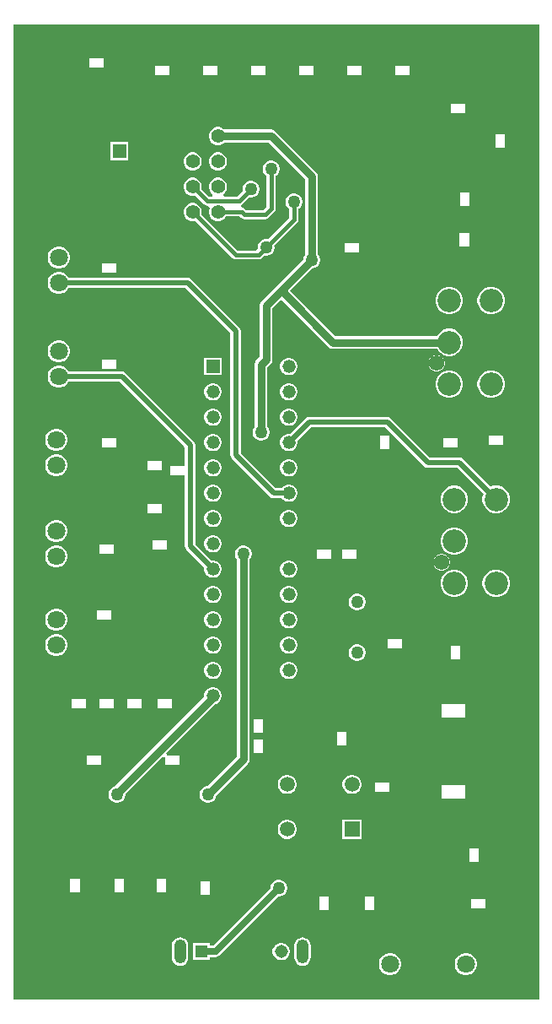
<source format=gbr>
%TF.GenerationSoftware,Altium Limited,Altium Designer,24.10.1 (45)*%
G04 Layer_Physical_Order=2*
G04 Layer_Color=16711680*
%FSLAX25Y25*%
%MOIN*%
%TF.SameCoordinates,405BA738-95C1-4717-9A2A-605BB7F835F8*%
%TF.FilePolarity,Positive*%
%TF.FileFunction,Copper,L2,Bot,Signal*%
%TF.Part,Single*%
G01*
G75*
%TA.AperFunction,Conductor*%
%ADD10C,0.02000*%
%ADD11C,0.03000*%
%ADD22C,0.01500*%
%ADD23C,0.02500*%
%TA.AperFunction,ComponentPad*%
%ADD24C,0.05500*%
%ADD25R,0.05600X0.05600*%
%ADD26C,0.05600*%
%ADD27O,0.04200X0.04900*%
%ADD28O,0.04000X0.06700*%
%ADD29C,0.06200*%
%ADD30C,0.09200*%
%ADD31C,0.05000*%
%ADD32C,0.07100*%
%ADD33R,0.05900X0.05900*%
%ADD34C,0.05900*%
%ADD35O,0.04756X0.09512*%
%ADD36C,0.05150*%
%ADD37R,0.05150X0.05150*%
%ADD38R,0.05200X0.05200*%
%ADD39C,0.05200*%
%TA.AperFunction,ViaPad*%
%ADD40C,0.17000*%
%ADD41C,0.05000*%
G36*
X308000Y100000D02*
X100000D01*
Y485000D01*
X308000D01*
Y100000D01*
D02*
G37*
%LPC*%
G36*
X135650Y471858D02*
X130350D01*
X130273Y471827D01*
X130242Y471750D01*
Y468250D01*
X130273Y468174D01*
X130350Y468142D01*
X135650D01*
X135726Y468174D01*
X135758Y468250D01*
Y471750D01*
X135726Y471827D01*
X135650Y471858D01*
D02*
G37*
G36*
X256650Y468858D02*
X251350D01*
X251273Y468826D01*
X251242Y468750D01*
Y465250D01*
X251273Y465173D01*
X251350Y465142D01*
X256650D01*
X256727Y465173D01*
X256758Y465250D01*
Y468750D01*
X256727Y468826D01*
X256650Y468858D01*
D02*
G37*
G36*
X237650D02*
X232350D01*
X232274Y468826D01*
X232242Y468750D01*
Y465250D01*
X232274Y465173D01*
X232350Y465142D01*
X237650D01*
X237726Y465173D01*
X237758Y465250D01*
Y468750D01*
X237726Y468826D01*
X237650Y468858D01*
D02*
G37*
G36*
X218650D02*
X213350D01*
X213274Y468826D01*
X213242Y468750D01*
Y465250D01*
X213274Y465173D01*
X213350Y465142D01*
X218650D01*
X218726Y465173D01*
X218758Y465250D01*
Y468750D01*
X218726Y468826D01*
X218650Y468858D01*
D02*
G37*
G36*
X199650D02*
X194350D01*
X194273Y468826D01*
X194242Y468750D01*
Y465250D01*
X194273Y465173D01*
X194350Y465142D01*
X199650D01*
X199726Y465173D01*
X199758Y465250D01*
Y468750D01*
X199726Y468826D01*
X199650Y468858D01*
D02*
G37*
G36*
X180650D02*
X175350D01*
X175274Y468826D01*
X175242Y468750D01*
Y465250D01*
X175274Y465173D01*
X175350Y465142D01*
X180650D01*
X180727Y465173D01*
X180758Y465250D01*
Y468750D01*
X180727Y468826D01*
X180650Y468858D01*
D02*
G37*
G36*
X161650D02*
X156350D01*
X156273Y468826D01*
X156242Y468750D01*
Y465250D01*
X156273Y465173D01*
X156350Y465142D01*
X161650D01*
X161726Y465173D01*
X161758Y465250D01*
Y468750D01*
X161726Y468826D01*
X161650Y468858D01*
D02*
G37*
G36*
X278650Y453858D02*
X273350D01*
X273273Y453827D01*
X273242Y453750D01*
Y450250D01*
X273273Y450174D01*
X273350Y450142D01*
X278650D01*
X278727Y450174D01*
X278758Y450250D01*
Y453750D01*
X278727Y453827D01*
X278650Y453858D01*
D02*
G37*
G36*
X294300Y441758D02*
X290800D01*
X290723Y441726D01*
X290692Y441650D01*
Y436350D01*
X290723Y436273D01*
X290800Y436242D01*
X294300D01*
X294376Y436273D01*
X294408Y436350D01*
Y441650D01*
X294376Y441726D01*
X294300Y441758D01*
D02*
G37*
G36*
X145600Y438600D02*
X138400D01*
Y431400D01*
X145600D01*
Y438600D01*
D02*
G37*
G36*
X181467Y434550D02*
X180533D01*
X179630Y434308D01*
X178820Y433841D01*
X178159Y433180D01*
X177692Y432370D01*
X177450Y431467D01*
Y430533D01*
X177692Y429630D01*
X178159Y428820D01*
X178820Y428159D01*
X179630Y427692D01*
X180533Y427450D01*
X181467D01*
X182370Y427692D01*
X183180Y428159D01*
X183841Y428820D01*
X184308Y429630D01*
X184550Y430533D01*
Y431467D01*
X184308Y432370D01*
X183841Y433180D01*
X183180Y433841D01*
X182370Y434308D01*
X181467Y434550D01*
D02*
G37*
G36*
X171467D02*
X170533D01*
X169630Y434308D01*
X168820Y433841D01*
X168159Y433180D01*
X167692Y432370D01*
X167450Y431467D01*
Y430533D01*
X167692Y429630D01*
X168159Y428820D01*
X168820Y428159D01*
X169630Y427692D01*
X170533Y427450D01*
X171467D01*
X172370Y427692D01*
X173180Y428159D01*
X173841Y428820D01*
X174308Y429630D01*
X174550Y430533D01*
Y431467D01*
X174308Y432370D01*
X173841Y433180D01*
X173180Y433841D01*
X172370Y434308D01*
X171467Y434550D01*
D02*
G37*
G36*
X202434Y431300D02*
X201566D01*
X200726Y431075D01*
X199974Y430641D01*
X199359Y430026D01*
X198925Y429274D01*
X198700Y428435D01*
Y427565D01*
X198925Y426726D01*
X199359Y425974D01*
X199974Y425359D01*
X200216Y425220D01*
Y413012D01*
X198939Y411734D01*
X192144D01*
X191617Y412262D01*
X191038Y412648D01*
X190357Y412784D01*
X190354Y412790D01*
X190182Y413784D01*
X190562Y414038D01*
X193296Y416772D01*
X193566Y416700D01*
X194434D01*
X195274Y416925D01*
X196026Y417359D01*
X196641Y417974D01*
X197075Y418726D01*
X197300Y419565D01*
Y420435D01*
X197075Y421274D01*
X196641Y422026D01*
X196026Y422641D01*
X195274Y423075D01*
X194434Y423300D01*
X193566D01*
X192726Y423075D01*
X191974Y422641D01*
X191359Y422026D01*
X190925Y421274D01*
X190700Y420435D01*
Y419565D01*
X190772Y419296D01*
X188561Y417084D01*
X183318D01*
X183050Y418084D01*
X183180Y418159D01*
X183841Y418820D01*
X184308Y419630D01*
X184550Y420533D01*
Y421467D01*
X184308Y422370D01*
X183841Y423180D01*
X183180Y423841D01*
X182370Y424308D01*
X181467Y424550D01*
X180533D01*
X179630Y424308D01*
X178820Y423841D01*
X178159Y423180D01*
X177692Y422370D01*
X177450Y421467D01*
Y420533D01*
X177692Y419630D01*
X178159Y418820D01*
X178820Y418159D01*
X178950Y418084D01*
X178682Y417084D01*
X177439D01*
X174432Y420092D01*
X174550Y420533D01*
Y421467D01*
X174308Y422370D01*
X173841Y423180D01*
X173180Y423841D01*
X172370Y424308D01*
X171467Y424550D01*
X170533D01*
X169630Y424308D01*
X168820Y423841D01*
X168159Y423180D01*
X167692Y422370D01*
X167450Y421467D01*
Y420533D01*
X167692Y419630D01*
X168159Y418820D01*
X168820Y418159D01*
X169630Y417692D01*
X170533Y417450D01*
X171467D01*
X171908Y417568D01*
X175438Y414038D01*
X175438Y414038D01*
X176017Y413652D01*
X176700Y413516D01*
X176700Y413516D01*
X177199D01*
X177776Y412516D01*
X177692Y412370D01*
X177450Y411467D01*
Y410533D01*
X177692Y409630D01*
X178159Y408820D01*
X178820Y408159D01*
X179630Y407692D01*
X180533Y407450D01*
X181467D01*
X182370Y407692D01*
X183180Y408159D01*
X183841Y408820D01*
X184069Y409216D01*
X189616D01*
X190143Y408688D01*
X190143Y408688D01*
X190722Y408301D01*
X191405Y408166D01*
X199678D01*
X200360Y408301D01*
X200939Y408688D01*
X203262Y411011D01*
X203262Y411011D01*
X203648Y411590D01*
X203784Y412272D01*
X203784Y412273D01*
Y425220D01*
X204026Y425359D01*
X204641Y425974D01*
X205075Y426726D01*
X205300Y427565D01*
Y428435D01*
X205075Y429274D01*
X204641Y430026D01*
X204026Y430641D01*
X203274Y431075D01*
X202434Y431300D01*
D02*
G37*
G36*
X280300Y418758D02*
X276800D01*
X276724Y418726D01*
X276692Y418650D01*
Y413350D01*
X276724Y413273D01*
X276800Y413242D01*
X280300D01*
X280377Y413273D01*
X280408Y413350D01*
Y418650D01*
X280377Y418726D01*
X280300Y418758D01*
D02*
G37*
G36*
X211435Y418300D02*
X210565D01*
X209726Y418075D01*
X208974Y417641D01*
X208359Y417026D01*
X207925Y416274D01*
X207700Y415435D01*
Y414566D01*
X207925Y413726D01*
X208359Y412974D01*
X208974Y412359D01*
X209216Y412220D01*
Y408739D01*
X200704Y400228D01*
X200434Y400300D01*
X199566D01*
X198726Y400075D01*
X197974Y399641D01*
X197359Y399026D01*
X196925Y398274D01*
X196700Y397434D01*
Y396566D01*
X196000Y395784D01*
X188739D01*
X174432Y410092D01*
X174550Y410533D01*
Y411467D01*
X174308Y412370D01*
X173841Y413180D01*
X173180Y413841D01*
X172370Y414308D01*
X171467Y414550D01*
X170533D01*
X169630Y414308D01*
X168820Y413841D01*
X168159Y413180D01*
X167692Y412370D01*
X167450Y411467D01*
Y410533D01*
X167692Y409630D01*
X168159Y408820D01*
X168820Y408159D01*
X169630Y407692D01*
X170533Y407450D01*
X171467D01*
X171908Y407568D01*
X186738Y392738D01*
X187317Y392352D01*
X188000Y392216D01*
X197000D01*
X197683Y392352D01*
X198262Y392738D01*
X199296Y393772D01*
X199566Y393700D01*
X200434D01*
X201274Y393925D01*
X202026Y394359D01*
X202641Y394974D01*
X203075Y395726D01*
X203300Y396566D01*
Y397434D01*
X203228Y397704D01*
X212262Y406738D01*
X212649Y407317D01*
X212784Y408000D01*
X212784Y408000D01*
Y412220D01*
X213026Y412359D01*
X213641Y412974D01*
X214075Y413726D01*
X214300Y414566D01*
Y415435D01*
X214075Y416274D01*
X213641Y417026D01*
X213026Y417641D01*
X212274Y418075D01*
X211435Y418300D01*
D02*
G37*
G36*
X280200Y402758D02*
X276700D01*
X276624Y402727D01*
X276592Y402650D01*
Y397350D01*
X276624Y397273D01*
X276700Y397242D01*
X280200D01*
X280276Y397273D01*
X280308Y397350D01*
Y402650D01*
X280276Y402727D01*
X280200Y402758D01*
D02*
G37*
G36*
X236650Y398858D02*
X231350D01*
X231274Y398827D01*
X231242Y398750D01*
Y395250D01*
X231274Y395174D01*
X231350Y395142D01*
X236650D01*
X236726Y395174D01*
X236758Y395250D01*
Y398750D01*
X236726Y398827D01*
X236650Y398858D01*
D02*
G37*
G36*
X118573Y397350D02*
X117427D01*
X116321Y397054D01*
X115329Y396481D01*
X114519Y395671D01*
X113946Y394679D01*
X113650Y393573D01*
Y392427D01*
X113946Y391321D01*
X114519Y390329D01*
X115329Y389519D01*
X116321Y388946D01*
X117427Y388650D01*
X118573D01*
X119679Y388946D01*
X120671Y389519D01*
X121481Y390329D01*
X122054Y391321D01*
X122350Y392427D01*
Y393573D01*
X122054Y394679D01*
X121481Y395671D01*
X120671Y396481D01*
X119679Y397054D01*
X118573Y397350D01*
D02*
G37*
G36*
X140650Y390858D02*
X135350D01*
X135274Y390827D01*
X135242Y390750D01*
Y387250D01*
X135274Y387174D01*
X135350Y387142D01*
X140650D01*
X140726Y387174D01*
X140758Y387250D01*
Y390750D01*
X140726Y390827D01*
X140650Y390858D01*
D02*
G37*
G36*
X289711Y381471D02*
X288289D01*
X286916Y381103D01*
X285684Y380392D01*
X284679Y379386D01*
X283968Y378155D01*
X283600Y376782D01*
Y375360D01*
X283968Y373987D01*
X284679Y372755D01*
X285684Y371750D01*
X286916Y371039D01*
X288289Y370671D01*
X289711D01*
X291084Y371039D01*
X292316Y371750D01*
X293321Y372755D01*
X294032Y373987D01*
X294400Y375360D01*
Y376782D01*
X294032Y378155D01*
X293321Y379386D01*
X292316Y380392D01*
X291084Y381103D01*
X289711Y381471D01*
D02*
G37*
G36*
X273176D02*
X271754D01*
X270381Y381103D01*
X269149Y380392D01*
X268144Y379386D01*
X267433Y378155D01*
X267065Y376782D01*
Y375360D01*
X267433Y373987D01*
X268144Y372755D01*
X269149Y371750D01*
X270381Y371039D01*
X271754Y370671D01*
X273176D01*
X274549Y371039D01*
X275781Y371750D01*
X276786Y372755D01*
X277497Y373987D01*
X277865Y375360D01*
Y376782D01*
X277497Y378155D01*
X276786Y379386D01*
X275781Y380392D01*
X274549Y381103D01*
X273176Y381471D01*
D02*
G37*
G36*
X181467Y444550D02*
X180533D01*
X179630Y444308D01*
X178820Y443841D01*
X178159Y443180D01*
X177692Y442370D01*
X177450Y441467D01*
Y440533D01*
X177692Y439630D01*
X178159Y438820D01*
X178820Y438159D01*
X179630Y437692D01*
X180533Y437450D01*
X181467D01*
X182370Y437692D01*
X183180Y438159D01*
X183472Y438451D01*
X200944D01*
X215451Y423944D01*
Y394118D01*
X215359Y394026D01*
X214925Y393274D01*
X214700Y392435D01*
Y392305D01*
X205198Y382802D01*
X198198Y375802D01*
X197645Y374975D01*
X197451Y374000D01*
Y353826D01*
X196198Y352573D01*
X195645Y351746D01*
X195451Y350771D01*
Y326118D01*
X195359Y326026D01*
X194925Y325274D01*
X194700Y324434D01*
Y323566D01*
X194925Y322726D01*
X195359Y321974D01*
X195974Y321359D01*
X196726Y320925D01*
X197566Y320700D01*
X198434D01*
X199274Y320925D01*
X200026Y321359D01*
X200641Y321974D01*
X201075Y322726D01*
X201300Y323566D01*
Y324434D01*
X201075Y325274D01*
X200641Y326026D01*
X200549Y326118D01*
Y349715D01*
X201802Y350968D01*
X202355Y351795D01*
X202549Y352771D01*
Y372944D01*
X206000Y376395D01*
X224662Y357733D01*
X225489Y357181D01*
X226465Y356986D01*
X267701D01*
X268144Y356220D01*
X269149Y355214D01*
X270381Y354503D01*
X271754Y354135D01*
X273176D01*
X274549Y354503D01*
X275781Y355214D01*
X276786Y356220D01*
X277497Y357451D01*
X277865Y358824D01*
Y360246D01*
X277497Y361620D01*
X276786Y362851D01*
X275781Y363857D01*
X274549Y364567D01*
X273176Y364935D01*
X271754D01*
X270381Y364567D01*
X269149Y363857D01*
X268144Y362851D01*
X267701Y362084D01*
X227520D01*
X209605Y380000D01*
X218305Y388700D01*
X218435D01*
X219274Y388925D01*
X220026Y389359D01*
X220641Y389974D01*
X221075Y390726D01*
X221300Y391565D01*
Y392435D01*
X221075Y393274D01*
X220641Y394026D01*
X220549Y394118D01*
Y425000D01*
X220355Y425976D01*
X219802Y426802D01*
X203802Y442802D01*
X202976Y443355D01*
X202000Y443549D01*
X183472D01*
X183180Y443841D01*
X182370Y444308D01*
X181467Y444550D01*
D02*
G37*
G36*
X118573Y360350D02*
X117427D01*
X116321Y360054D01*
X115329Y359481D01*
X114519Y358671D01*
X113946Y357679D01*
X113650Y356573D01*
Y355427D01*
X113946Y354321D01*
X114519Y353329D01*
X115329Y352519D01*
X116321Y351946D01*
X117427Y351650D01*
X118573D01*
X119679Y351946D01*
X120671Y352519D01*
X121481Y353329D01*
X122054Y354321D01*
X122350Y355427D01*
Y356573D01*
X122054Y357679D01*
X121481Y358671D01*
X120671Y359481D01*
X119679Y360054D01*
X118573Y360350D01*
D02*
G37*
G36*
X140650Y352858D02*
X135350D01*
X135274Y352826D01*
X135242Y352750D01*
Y349250D01*
X135274Y349173D01*
X135350Y349142D01*
X140650D01*
X140726Y349173D01*
X140758Y349250D01*
Y352750D01*
X140726Y352826D01*
X140650Y352858D01*
D02*
G37*
G36*
X267925Y354468D02*
X267083D01*
X266269Y354250D01*
X265539Y353828D01*
X264944Y353233D01*
X264522Y352503D01*
X264304Y351689D01*
Y350846D01*
X264522Y350033D01*
X264944Y349303D01*
X265539Y348707D01*
X266269Y348286D01*
X267083Y348068D01*
X267925D01*
X268739Y348286D01*
X269469Y348707D01*
X270065Y349303D01*
X270486Y350033D01*
X270704Y350846D01*
Y351689D01*
X270486Y352503D01*
X270065Y353233D01*
X269469Y353828D01*
X268739Y354250D01*
X267925Y354468D01*
D02*
G37*
G36*
X209448Y353400D02*
X208552D01*
X207688Y353168D01*
X206912Y352721D01*
X206279Y352088D01*
X205832Y351312D01*
X205600Y350448D01*
Y349552D01*
X205832Y348688D01*
X206279Y347912D01*
X206912Y347279D01*
X207688Y346832D01*
X208552Y346600D01*
X209448D01*
X210312Y346832D01*
X211088Y347279D01*
X211721Y347912D01*
X212168Y348688D01*
X212400Y349552D01*
Y350448D01*
X212168Y351312D01*
X211721Y352088D01*
X211088Y352721D01*
X210312Y353168D01*
X209448Y353400D01*
D02*
G37*
G36*
X182400D02*
X175600D01*
Y346600D01*
X182400D01*
Y353400D01*
D02*
G37*
G36*
X289711Y348400D02*
X288289D01*
X286916Y348032D01*
X285684Y347321D01*
X284679Y346316D01*
X283968Y345084D01*
X283600Y343711D01*
Y342289D01*
X283968Y340916D01*
X284679Y339684D01*
X285684Y338679D01*
X286916Y337968D01*
X288289Y337600D01*
X289711D01*
X291084Y337968D01*
X292316Y338679D01*
X293321Y339684D01*
X294032Y340916D01*
X294400Y342289D01*
Y343711D01*
X294032Y345084D01*
X293321Y346316D01*
X292316Y347321D01*
X291084Y348032D01*
X289711Y348400D01*
D02*
G37*
G36*
X273176D02*
X271754D01*
X270381Y348032D01*
X269149Y347321D01*
X268144Y346316D01*
X267433Y345084D01*
X267065Y343711D01*
Y342289D01*
X267433Y340916D01*
X268144Y339684D01*
X269149Y338679D01*
X270381Y337968D01*
X271754Y337600D01*
X273176D01*
X274549Y337968D01*
X275781Y338679D01*
X276786Y339684D01*
X277497Y340916D01*
X277865Y342289D01*
Y343711D01*
X277497Y345084D01*
X276786Y346316D01*
X275781Y347321D01*
X274549Y348032D01*
X273176Y348400D01*
D02*
G37*
G36*
X209448Y343400D02*
X208552D01*
X207688Y343168D01*
X206912Y342721D01*
X206279Y342088D01*
X205832Y341312D01*
X205600Y340448D01*
Y339552D01*
X205832Y338688D01*
X206279Y337912D01*
X206912Y337279D01*
X207688Y336832D01*
X208552Y336600D01*
X209448D01*
X210312Y336832D01*
X211088Y337279D01*
X211721Y337912D01*
X212168Y338688D01*
X212400Y339552D01*
Y340448D01*
X212168Y341312D01*
X211721Y342088D01*
X211088Y342721D01*
X210312Y343168D01*
X209448Y343400D01*
D02*
G37*
G36*
X179448D02*
X178552D01*
X177688Y343168D01*
X176912Y342721D01*
X176279Y342088D01*
X175832Y341312D01*
X175600Y340448D01*
Y339552D01*
X175832Y338688D01*
X176279Y337912D01*
X176912Y337279D01*
X177688Y336832D01*
X178552Y336600D01*
X179448D01*
X180312Y336832D01*
X181088Y337279D01*
X181721Y337912D01*
X182168Y338688D01*
X182400Y339552D01*
Y340448D01*
X182168Y341312D01*
X181721Y342088D01*
X181088Y342721D01*
X180312Y343168D01*
X179448Y343400D01*
D02*
G37*
G36*
X209448Y333400D02*
X208552D01*
X207688Y333168D01*
X206912Y332721D01*
X206279Y332088D01*
X205832Y331312D01*
X205600Y330448D01*
Y329552D01*
X205832Y328688D01*
X206279Y327912D01*
X206912Y327279D01*
X207688Y326832D01*
X208552Y326600D01*
X209448D01*
X210312Y326832D01*
X211088Y327279D01*
X211721Y327912D01*
X212168Y328688D01*
X212400Y329552D01*
Y330448D01*
X212168Y331312D01*
X211721Y332088D01*
X211088Y332721D01*
X210312Y333168D01*
X209448Y333400D01*
D02*
G37*
G36*
X179448D02*
X178552D01*
X177688Y333168D01*
X176912Y332721D01*
X176279Y332088D01*
X175832Y331312D01*
X175600Y330448D01*
Y329552D01*
X175832Y328688D01*
X176279Y327912D01*
X176912Y327279D01*
X177688Y326832D01*
X178552Y326600D01*
X179448D01*
X180312Y326832D01*
X181088Y327279D01*
X181721Y327912D01*
X182168Y328688D01*
X182400Y329552D01*
Y330448D01*
X182168Y331312D01*
X181721Y332088D01*
X181088Y332721D01*
X180312Y333168D01*
X179448Y333400D01*
D02*
G37*
G36*
X293650Y322858D02*
X288350D01*
X288274Y322827D01*
X288242Y322750D01*
Y319250D01*
X288274Y319174D01*
X288350Y319142D01*
X293650D01*
X293726Y319174D01*
X293758Y319250D01*
Y322750D01*
X293726Y322827D01*
X293650Y322858D01*
D02*
G37*
G36*
X275650Y321858D02*
X270350D01*
X270273Y321827D01*
X270242Y321750D01*
Y318250D01*
X270273Y318174D01*
X270350Y318142D01*
X275650D01*
X275727Y318174D01*
X275758Y318250D01*
Y321750D01*
X275727Y321827D01*
X275650Y321858D01*
D02*
G37*
G36*
X140650D02*
X135350D01*
X135274Y321827D01*
X135242Y321750D01*
Y318250D01*
X135274Y318174D01*
X135350Y318142D01*
X140650D01*
X140726Y318174D01*
X140758Y318250D01*
Y321750D01*
X140726Y321827D01*
X140650Y321858D01*
D02*
G37*
G36*
X248750Y322758D02*
X245250D01*
X245174Y322726D01*
X245142Y322650D01*
Y317350D01*
X245174Y317273D01*
X245250Y317242D01*
X248750D01*
X248827Y317273D01*
X248858Y317350D01*
Y322650D01*
X248827Y322726D01*
X248750Y322758D01*
D02*
G37*
G36*
X117573Y325350D02*
X116427D01*
X115321Y325054D01*
X114329Y324481D01*
X113519Y323671D01*
X112946Y322679D01*
X112650Y321573D01*
Y320427D01*
X112946Y319321D01*
X113519Y318329D01*
X114329Y317519D01*
X115321Y316946D01*
X116427Y316650D01*
X117573D01*
X118679Y316946D01*
X119671Y317519D01*
X120481Y318329D01*
X121054Y319321D01*
X121350Y320427D01*
Y321573D01*
X121054Y322679D01*
X120481Y323671D01*
X119671Y324481D01*
X118679Y325054D01*
X117573Y325350D01*
D02*
G37*
G36*
X179448Y323400D02*
X178552D01*
X177688Y323168D01*
X176912Y322721D01*
X176279Y322088D01*
X175832Y321312D01*
X175600Y320448D01*
Y319552D01*
X175832Y318688D01*
X176279Y317912D01*
X176912Y317279D01*
X177688Y316832D01*
X178552Y316600D01*
X179448D01*
X180312Y316832D01*
X181088Y317279D01*
X181721Y317912D01*
X182168Y318688D01*
X182400Y319552D01*
Y320448D01*
X182168Y321312D01*
X181721Y322088D01*
X181088Y322721D01*
X180312Y323168D01*
X179448Y323400D01*
D02*
G37*
G36*
X158650Y312858D02*
X153350D01*
X153273Y312826D01*
X153242Y312750D01*
Y309250D01*
X153273Y309173D01*
X153350Y309142D01*
X158650D01*
X158727Y309173D01*
X158758Y309250D01*
Y312750D01*
X158727Y312826D01*
X158650Y312858D01*
D02*
G37*
G36*
X117573Y315350D02*
X116427D01*
X115321Y315054D01*
X114329Y314481D01*
X113519Y313671D01*
X112946Y312679D01*
X112650Y311573D01*
Y310427D01*
X112946Y309321D01*
X113519Y308329D01*
X114329Y307519D01*
X115321Y306946D01*
X116427Y306650D01*
X117573D01*
X118679Y306946D01*
X119671Y307519D01*
X120481Y308329D01*
X121054Y309321D01*
X121350Y310427D01*
Y311573D01*
X121054Y312679D01*
X120481Y313671D01*
X119671Y314481D01*
X118679Y315054D01*
X117573Y315350D01*
D02*
G37*
G36*
X209448Y313400D02*
X208552D01*
X207688Y313168D01*
X206912Y312721D01*
X206279Y312088D01*
X205832Y311312D01*
X205600Y310448D01*
Y309552D01*
X205832Y308688D01*
X206279Y307912D01*
X206912Y307279D01*
X207688Y306832D01*
X208552Y306600D01*
X209448D01*
X210312Y306832D01*
X211088Y307279D01*
X211721Y307912D01*
X212168Y308688D01*
X212400Y309552D01*
Y310448D01*
X212168Y311312D01*
X211721Y312088D01*
X211088Y312721D01*
X210312Y313168D01*
X209448Y313400D01*
D02*
G37*
G36*
X179448D02*
X178552D01*
X177688Y313168D01*
X176912Y312721D01*
X176279Y312088D01*
X175832Y311312D01*
X175600Y310448D01*
Y309552D01*
X175832Y308688D01*
X176279Y307912D01*
X176912Y307279D01*
X177688Y306832D01*
X178552Y306600D01*
X179448D01*
X180312Y306832D01*
X181088Y307279D01*
X181721Y307912D01*
X182168Y308688D01*
X182400Y309552D01*
Y310448D01*
X182168Y311312D01*
X181721Y312088D01*
X181088Y312721D01*
X180312Y313168D01*
X179448Y313400D01*
D02*
G37*
G36*
X118573Y387350D02*
X117427D01*
X116321Y387054D01*
X115329Y386481D01*
X114519Y385671D01*
X113946Y384679D01*
X113650Y383573D01*
Y382427D01*
X113946Y381321D01*
X114519Y380329D01*
X115329Y379519D01*
X116321Y378946D01*
X117427Y378650D01*
X118573D01*
X119679Y378946D01*
X120671Y379519D01*
X121481Y380329D01*
X121846Y380961D01*
X168155D01*
X185961Y363155D01*
Y315000D01*
X186116Y314220D01*
X186558Y313558D01*
X201558Y298558D01*
X202220Y298116D01*
X203000Y297961D01*
X206251D01*
X206279Y297912D01*
X206912Y297279D01*
X207688Y296832D01*
X208552Y296600D01*
X209448D01*
X210312Y296832D01*
X211088Y297279D01*
X211721Y297912D01*
X212168Y298688D01*
X212400Y299552D01*
Y300448D01*
X212168Y301312D01*
X211721Y302088D01*
X211088Y302721D01*
X210312Y303168D01*
X209448Y303400D01*
X208552D01*
X207688Y303168D01*
X206912Y302721D01*
X206279Y302088D01*
X206251Y302039D01*
X203845D01*
X190039Y315845D01*
Y364000D01*
X189884Y364780D01*
X189442Y365442D01*
X170442Y384442D01*
X169780Y384884D01*
X169000Y385039D01*
X121846D01*
X121481Y385671D01*
X120671Y386481D01*
X119679Y387054D01*
X118573Y387350D01*
D02*
G37*
G36*
X179448Y303400D02*
X178552D01*
X177688Y303168D01*
X176912Y302721D01*
X176279Y302088D01*
X175832Y301312D01*
X175600Y300448D01*
Y299552D01*
X175832Y298688D01*
X176279Y297912D01*
X176912Y297279D01*
X177688Y296832D01*
X178552Y296600D01*
X179448D01*
X180312Y296832D01*
X181088Y297279D01*
X181721Y297912D01*
X182168Y298688D01*
X182400Y299552D01*
Y300448D01*
X182168Y301312D01*
X181721Y302088D01*
X181088Y302721D01*
X180312Y303168D01*
X179448Y303400D01*
D02*
G37*
G36*
X158650Y295858D02*
X153350D01*
X153273Y295827D01*
X153242Y295750D01*
Y292250D01*
X153273Y292174D01*
X153350Y292142D01*
X158650D01*
X158727Y292174D01*
X158758Y292250D01*
Y295750D01*
X158727Y295827D01*
X158650Y295858D01*
D02*
G37*
G36*
X248000Y330039D02*
X217000D01*
X216220Y329884D01*
X215558Y329442D01*
X209502Y323386D01*
X209448Y323400D01*
X208552D01*
X207688Y323168D01*
X206912Y322721D01*
X206279Y322088D01*
X205832Y321312D01*
X205600Y320448D01*
Y319552D01*
X205832Y318688D01*
X206279Y317912D01*
X206912Y317279D01*
X207688Y316832D01*
X208552Y316600D01*
X209448D01*
X210312Y316832D01*
X211088Y317279D01*
X211721Y317912D01*
X212168Y318688D01*
X212400Y319552D01*
Y320448D01*
X212386Y320502D01*
X217845Y325961D01*
X247155D01*
X262558Y310558D01*
X263220Y310116D01*
X264000Y309961D01*
X275691D01*
X285991Y299660D01*
X285968Y299620D01*
X285600Y298246D01*
Y296825D01*
X285968Y295451D01*
X286679Y294220D01*
X287684Y293214D01*
X288916Y292503D01*
X290289Y292135D01*
X291711D01*
X293084Y292503D01*
X294316Y293214D01*
X295321Y294220D01*
X296032Y295451D01*
X296400Y296825D01*
Y298246D01*
X296032Y299620D01*
X295321Y300851D01*
X294316Y301856D01*
X293084Y302567D01*
X291711Y302935D01*
X290289D01*
X288916Y302567D01*
X288875Y302544D01*
X277977Y313442D01*
X277316Y313884D01*
X276535Y314039D01*
X264845D01*
X249442Y329442D01*
X248780Y329884D01*
X248000Y330039D01*
D02*
G37*
G36*
X275176Y302935D02*
X273754D01*
X272381Y302567D01*
X271149Y301856D01*
X270144Y300851D01*
X269433Y299620D01*
X269065Y298246D01*
Y296825D01*
X269433Y295451D01*
X270144Y294220D01*
X271149Y293214D01*
X272381Y292503D01*
X273754Y292135D01*
X275176D01*
X276549Y292503D01*
X277781Y293214D01*
X278786Y294220D01*
X279497Y295451D01*
X279865Y296825D01*
Y298246D01*
X279497Y299620D01*
X278786Y300851D01*
X277781Y301856D01*
X276549Y302567D01*
X275176Y302935D01*
D02*
G37*
G36*
X209448Y293400D02*
X208552D01*
X207688Y293168D01*
X206912Y292721D01*
X206279Y292088D01*
X205832Y291312D01*
X205600Y290448D01*
Y289552D01*
X205832Y288688D01*
X206279Y287912D01*
X206912Y287279D01*
X207688Y286832D01*
X208552Y286600D01*
X209448D01*
X210312Y286832D01*
X211088Y287279D01*
X211721Y287912D01*
X212168Y288688D01*
X212400Y289552D01*
Y290448D01*
X212168Y291312D01*
X211721Y292088D01*
X211088Y292721D01*
X210312Y293168D01*
X209448Y293400D01*
D02*
G37*
G36*
X179448D02*
X178552D01*
X177688Y293168D01*
X176912Y292721D01*
X176279Y292088D01*
X175832Y291312D01*
X175600Y290448D01*
Y289552D01*
X175832Y288688D01*
X176279Y287912D01*
X176912Y287279D01*
X177688Y286832D01*
X178552Y286600D01*
X179448D01*
X180312Y286832D01*
X181088Y287279D01*
X181721Y287912D01*
X182168Y288688D01*
X182400Y289552D01*
Y290448D01*
X182168Y291312D01*
X181721Y292088D01*
X181088Y292721D01*
X180312Y293168D01*
X179448Y293400D01*
D02*
G37*
G36*
X117573Y289350D02*
X116427D01*
X115321Y289054D01*
X114329Y288481D01*
X113519Y287671D01*
X112946Y286679D01*
X112650Y285573D01*
Y284427D01*
X112946Y283321D01*
X113519Y282329D01*
X114329Y281519D01*
X115321Y280946D01*
X116427Y280650D01*
X117573D01*
X118679Y280946D01*
X119671Y281519D01*
X120481Y282329D01*
X121054Y283321D01*
X121350Y284427D01*
Y285573D01*
X121054Y286679D01*
X120481Y287671D01*
X119671Y288481D01*
X118679Y289054D01*
X117573Y289350D01*
D02*
G37*
G36*
X160650Y281308D02*
X155350D01*
X155273Y281276D01*
X155242Y281200D01*
Y277700D01*
X155273Y277624D01*
X155350Y277592D01*
X160650D01*
X160726Y277624D01*
X160758Y277700D01*
Y281200D01*
X160726Y281276D01*
X160650Y281308D01*
D02*
G37*
G36*
X179448Y283400D02*
X178552D01*
X177688Y283168D01*
X176912Y282721D01*
X176279Y282088D01*
X175832Y281312D01*
X175600Y280448D01*
Y279552D01*
X175832Y278688D01*
X176279Y277912D01*
X176912Y277279D01*
X177688Y276832D01*
X178552Y276600D01*
X179448D01*
X180312Y276832D01*
X181088Y277279D01*
X181721Y277912D01*
X182168Y278688D01*
X182400Y279552D01*
Y280448D01*
X182168Y281312D01*
X181721Y282088D01*
X181088Y282721D01*
X180312Y283168D01*
X179448Y283400D01*
D02*
G37*
G36*
X139650Y279858D02*
X134350D01*
X134274Y279826D01*
X134242Y279750D01*
Y276250D01*
X134274Y276173D01*
X134350Y276142D01*
X139650D01*
X139726Y276173D01*
X139758Y276250D01*
Y279750D01*
X139726Y279826D01*
X139650Y279858D01*
D02*
G37*
G36*
X275176Y286400D02*
X273754D01*
X272381Y286032D01*
X271149Y285321D01*
X270144Y284316D01*
X269433Y283084D01*
X269065Y281711D01*
Y280289D01*
X269433Y278916D01*
X270144Y277684D01*
X271149Y276679D01*
X272381Y275968D01*
X273754Y275600D01*
X275176D01*
X276549Y275968D01*
X277781Y276679D01*
X278786Y277684D01*
X279497Y278916D01*
X279865Y280289D01*
Y281711D01*
X279497Y283084D01*
X278786Y284316D01*
X277781Y285321D01*
X276549Y286032D01*
X275176Y286400D01*
D02*
G37*
G36*
X235650Y277858D02*
X230350D01*
X230274Y277826D01*
X230242Y277750D01*
Y274250D01*
X230274Y274173D01*
X230350Y274142D01*
X235650D01*
X235726Y274173D01*
X235758Y274250D01*
Y277750D01*
X235726Y277826D01*
X235650Y277858D01*
D02*
G37*
G36*
X225650D02*
X220350D01*
X220273Y277826D01*
X220242Y277750D01*
Y274250D01*
X220273Y274173D01*
X220350Y274142D01*
X225650D01*
X225727Y274173D01*
X225758Y274250D01*
Y277750D01*
X225727Y277826D01*
X225650Y277858D01*
D02*
G37*
G36*
X117573Y279350D02*
X116427D01*
X115321Y279054D01*
X114329Y278481D01*
X113519Y277671D01*
X112946Y276679D01*
X112650Y275573D01*
Y274427D01*
X112946Y273321D01*
X113519Y272329D01*
X114329Y271519D01*
X115321Y270946D01*
X116427Y270650D01*
X117573D01*
X118679Y270946D01*
X119671Y271519D01*
X120481Y272329D01*
X121054Y273321D01*
X121350Y274427D01*
Y275573D01*
X121054Y276679D01*
X120481Y277671D01*
X119671Y278481D01*
X118679Y279054D01*
X117573Y279350D01*
D02*
G37*
G36*
X269925Y275932D02*
X269083D01*
X268269Y275714D01*
X267539Y275293D01*
X266944Y274697D01*
X266522Y273967D01*
X266304Y273154D01*
Y272311D01*
X266522Y271497D01*
X266944Y270767D01*
X267539Y270172D01*
X268269Y269750D01*
X269083Y269532D01*
X269925D01*
X270739Y269750D01*
X271469Y270172D01*
X272065Y270767D01*
X272486Y271497D01*
X272704Y272311D01*
Y273154D01*
X272486Y273967D01*
X272065Y274697D01*
X271469Y275293D01*
X270739Y275714D01*
X269925Y275932D01*
D02*
G37*
G36*
X209448Y273400D02*
X208552D01*
X207688Y273168D01*
X206912Y272721D01*
X206279Y272088D01*
X205832Y271312D01*
X205600Y270448D01*
Y269552D01*
X205832Y268688D01*
X206279Y267912D01*
X206912Y267279D01*
X207688Y266832D01*
X208552Y266600D01*
X209448D01*
X210312Y266832D01*
X211088Y267279D01*
X211721Y267912D01*
X212168Y268688D01*
X212400Y269552D01*
Y270448D01*
X212168Y271312D01*
X211721Y272088D01*
X211088Y272721D01*
X210312Y273168D01*
X209448Y273400D01*
D02*
G37*
G36*
X118573Y350350D02*
X117427D01*
X116321Y350054D01*
X115329Y349481D01*
X114519Y348671D01*
X113946Y347679D01*
X113650Y346573D01*
Y345427D01*
X113946Y344321D01*
X114519Y343329D01*
X115329Y342519D01*
X116321Y341946D01*
X117427Y341650D01*
X118573D01*
X119679Y341946D01*
X120671Y342519D01*
X121481Y343329D01*
X121846Y343961D01*
X142155D01*
X167961Y318155D01*
Y311782D01*
X167650Y310858D01*
X166961Y310858D01*
X162350D01*
X162274Y310826D01*
X162242Y310750D01*
Y307250D01*
X162274Y307173D01*
X162350Y307142D01*
X166961D01*
X167650Y307142D01*
X167961Y306218D01*
Y279000D01*
X168116Y278220D01*
X168558Y277558D01*
X175615Y270502D01*
X175600Y270448D01*
Y269552D01*
X175832Y268688D01*
X176279Y267912D01*
X176912Y267279D01*
X177688Y266832D01*
X178552Y266600D01*
X179448D01*
X180312Y266832D01*
X181088Y267279D01*
X181721Y267912D01*
X182168Y268688D01*
X182400Y269552D01*
Y270448D01*
X182168Y271312D01*
X181721Y272088D01*
X181088Y272721D01*
X180312Y273168D01*
X179448Y273400D01*
X178552D01*
X178498Y273386D01*
X172039Y279845D01*
Y319000D01*
X172039Y319000D01*
X171884Y319780D01*
X171442Y320442D01*
X144442Y347442D01*
X143780Y347884D01*
X143000Y348039D01*
X121846D01*
X121481Y348671D01*
X120671Y349481D01*
X119679Y350054D01*
X118573Y350350D01*
D02*
G37*
G36*
X291711Y269865D02*
X290289D01*
X288916Y269497D01*
X287684Y268786D01*
X286679Y267780D01*
X285968Y266549D01*
X285600Y265176D01*
Y263754D01*
X285968Y262380D01*
X286679Y261149D01*
X287684Y260143D01*
X288916Y259433D01*
X290289Y259065D01*
X291711D01*
X293084Y259433D01*
X294316Y260143D01*
X295321Y261149D01*
X296032Y262380D01*
X296400Y263754D01*
Y265176D01*
X296032Y266549D01*
X295321Y267780D01*
X294316Y268786D01*
X293084Y269497D01*
X291711Y269865D01*
D02*
G37*
G36*
X275176D02*
X273754D01*
X272381Y269497D01*
X271149Y268786D01*
X270144Y267780D01*
X269433Y266549D01*
X269065Y265176D01*
Y263754D01*
X269433Y262380D01*
X270144Y261149D01*
X271149Y260143D01*
X272381Y259433D01*
X273754Y259065D01*
X275176D01*
X276549Y259433D01*
X277781Y260143D01*
X278786Y261149D01*
X279497Y262380D01*
X279865Y263754D01*
Y265176D01*
X279497Y266549D01*
X278786Y267780D01*
X277781Y268786D01*
X276549Y269497D01*
X275176Y269865D01*
D02*
G37*
G36*
X209448Y263400D02*
X208552D01*
X207688Y263168D01*
X206912Y262721D01*
X206279Y262088D01*
X205832Y261312D01*
X205600Y260448D01*
Y259552D01*
X205832Y258688D01*
X206279Y257912D01*
X206912Y257279D01*
X207688Y256832D01*
X208552Y256600D01*
X209448D01*
X210312Y256832D01*
X211088Y257279D01*
X211721Y257912D01*
X212168Y258688D01*
X212400Y259552D01*
Y260448D01*
X212168Y261312D01*
X211721Y262088D01*
X211088Y262721D01*
X210312Y263168D01*
X209448Y263400D01*
D02*
G37*
G36*
X179448D02*
X178552D01*
X177688Y263168D01*
X176912Y262721D01*
X176279Y262088D01*
X175832Y261312D01*
X175600Y260448D01*
Y259552D01*
X175832Y258688D01*
X176279Y257912D01*
X176912Y257279D01*
X177688Y256832D01*
X178552Y256600D01*
X179448D01*
X180312Y256832D01*
X181088Y257279D01*
X181721Y257912D01*
X182168Y258688D01*
X182400Y259552D01*
Y260448D01*
X182168Y261312D01*
X181721Y262088D01*
X181088Y262721D01*
X180312Y263168D01*
X179448Y263400D01*
D02*
G37*
G36*
X236435Y260300D02*
X235565D01*
X234726Y260075D01*
X233974Y259641D01*
X233359Y259026D01*
X232925Y258274D01*
X232700Y257435D01*
Y256565D01*
X232925Y255726D01*
X233359Y254974D01*
X233974Y254359D01*
X234726Y253925D01*
X235565Y253700D01*
X236435D01*
X237274Y253925D01*
X238026Y254359D01*
X238641Y254974D01*
X239075Y255726D01*
X239300Y256565D01*
Y257435D01*
X239075Y258274D01*
X238641Y259026D01*
X238026Y259641D01*
X237274Y260075D01*
X236435Y260300D01*
D02*
G37*
G36*
X138650Y253858D02*
X133350D01*
X133273Y253826D01*
X133242Y253750D01*
Y250250D01*
X133273Y250173D01*
X133350Y250142D01*
X138650D01*
X138726Y250173D01*
X138758Y250250D01*
Y253750D01*
X138726Y253826D01*
X138650Y253858D01*
D02*
G37*
G36*
X209448Y253400D02*
X208552D01*
X207688Y253168D01*
X206912Y252721D01*
X206279Y252088D01*
X205832Y251312D01*
X205600Y250448D01*
Y249552D01*
X205832Y248688D01*
X206279Y247912D01*
X206912Y247279D01*
X207688Y246832D01*
X208552Y246600D01*
X209448D01*
X210312Y246832D01*
X211088Y247279D01*
X211721Y247912D01*
X212168Y248688D01*
X212400Y249552D01*
Y250448D01*
X212168Y251312D01*
X211721Y252088D01*
X211088Y252721D01*
X210312Y253168D01*
X209448Y253400D01*
D02*
G37*
G36*
X179448D02*
X178552D01*
X177688Y253168D01*
X176912Y252721D01*
X176279Y252088D01*
X175832Y251312D01*
X175600Y250448D01*
Y249552D01*
X175832Y248688D01*
X176279Y247912D01*
X176912Y247279D01*
X177688Y246832D01*
X178552Y246600D01*
X179448D01*
X180312Y246832D01*
X181088Y247279D01*
X181721Y247912D01*
X182168Y248688D01*
X182400Y249552D01*
Y250448D01*
X182168Y251312D01*
X181721Y252088D01*
X181088Y252721D01*
X180312Y253168D01*
X179448Y253400D01*
D02*
G37*
G36*
X117573Y254350D02*
X116427D01*
X115321Y254054D01*
X114329Y253481D01*
X113519Y252671D01*
X112946Y251679D01*
X112650Y250573D01*
Y249427D01*
X112946Y248321D01*
X113519Y247329D01*
X114329Y246519D01*
X115321Y245946D01*
X116427Y245650D01*
X117573D01*
X118679Y245946D01*
X119671Y246519D01*
X120481Y247329D01*
X121054Y248321D01*
X121350Y249427D01*
Y250573D01*
X121054Y251679D01*
X120481Y252671D01*
X119671Y253481D01*
X118679Y254054D01*
X117573Y254350D01*
D02*
G37*
G36*
X253650Y242408D02*
X248350D01*
X248273Y242376D01*
X248242Y242300D01*
Y238800D01*
X248273Y238723D01*
X248350Y238692D01*
X253650D01*
X253727Y238723D01*
X253758Y238800D01*
Y242300D01*
X253727Y242376D01*
X253650Y242408D01*
D02*
G37*
G36*
X209448Y243400D02*
X208552D01*
X207688Y243168D01*
X206912Y242721D01*
X206279Y242088D01*
X205832Y241312D01*
X205600Y240448D01*
Y239552D01*
X205832Y238688D01*
X206279Y237912D01*
X206912Y237279D01*
X207688Y236832D01*
X208552Y236600D01*
X209448D01*
X210312Y236832D01*
X211088Y237279D01*
X211721Y237912D01*
X212168Y238688D01*
X212400Y239552D01*
Y240448D01*
X212168Y241312D01*
X211721Y242088D01*
X211088Y242721D01*
X210312Y243168D01*
X209448Y243400D01*
D02*
G37*
G36*
X179448D02*
X178552D01*
X177688Y243168D01*
X176912Y242721D01*
X176279Y242088D01*
X175832Y241312D01*
X175600Y240448D01*
Y239552D01*
X175832Y238688D01*
X176279Y237912D01*
X176912Y237279D01*
X177688Y236832D01*
X178552Y236600D01*
X179448D01*
X180312Y236832D01*
X181088Y237279D01*
X181721Y237912D01*
X182168Y238688D01*
X182400Y239552D01*
Y240448D01*
X182168Y241312D01*
X181721Y242088D01*
X181088Y242721D01*
X180312Y243168D01*
X179448Y243400D01*
D02*
G37*
G36*
X117573Y244350D02*
X116427D01*
X115321Y244054D01*
X114329Y243481D01*
X113519Y242671D01*
X112946Y241679D01*
X112650Y240573D01*
Y239427D01*
X112946Y238321D01*
X113519Y237329D01*
X114329Y236519D01*
X115321Y235946D01*
X116427Y235650D01*
X117573D01*
X118679Y235946D01*
X119671Y236519D01*
X120481Y237329D01*
X121054Y238321D01*
X121350Y239427D01*
Y240573D01*
X121054Y241679D01*
X120481Y242671D01*
X119671Y243481D01*
X118679Y244054D01*
X117573Y244350D01*
D02*
G37*
G36*
X276750Y239758D02*
X273250D01*
X273173Y239726D01*
X273142Y239650D01*
Y234350D01*
X273173Y234274D01*
X273250Y234242D01*
X276750D01*
X276827Y234274D01*
X276858Y234350D01*
Y239650D01*
X276827Y239726D01*
X276750Y239758D01*
D02*
G37*
G36*
X236435Y240300D02*
X235565D01*
X234726Y240075D01*
X233974Y239641D01*
X233359Y239026D01*
X232925Y238274D01*
X232700Y237435D01*
Y236565D01*
X232925Y235726D01*
X233359Y234974D01*
X233974Y234359D01*
X234726Y233925D01*
X235565Y233700D01*
X236435D01*
X237274Y233925D01*
X238026Y234359D01*
X238641Y234974D01*
X239075Y235726D01*
X239300Y236565D01*
Y237435D01*
X239075Y238274D01*
X238641Y239026D01*
X238026Y239641D01*
X237274Y240075D01*
X236435Y240300D01*
D02*
G37*
G36*
X209448Y233400D02*
X208552D01*
X207688Y233168D01*
X206912Y232721D01*
X206279Y232088D01*
X205832Y231312D01*
X205600Y230448D01*
Y229552D01*
X205832Y228688D01*
X206279Y227912D01*
X206912Y227279D01*
X207688Y226832D01*
X208552Y226600D01*
X209448D01*
X210312Y226832D01*
X211088Y227279D01*
X211721Y227912D01*
X212168Y228688D01*
X212400Y229552D01*
Y230448D01*
X212168Y231312D01*
X211721Y232088D01*
X211088Y232721D01*
X210312Y233168D01*
X209448Y233400D01*
D02*
G37*
G36*
X179448D02*
X178552D01*
X177688Y233168D01*
X176912Y232721D01*
X176279Y232088D01*
X175832Y231312D01*
X175600Y230448D01*
Y229552D01*
X175832Y228688D01*
X176279Y227912D01*
X176912Y227279D01*
X177688Y226832D01*
X178552Y226600D01*
X179448D01*
X180312Y226832D01*
X181088Y227279D01*
X181721Y227912D01*
X182168Y228688D01*
X182400Y229552D01*
Y230448D01*
X182168Y231312D01*
X181721Y232088D01*
X181088Y232721D01*
X180312Y233168D01*
X179448Y233400D01*
D02*
G37*
G36*
X162650Y218858D02*
X157350D01*
X157273Y218827D01*
X157242Y218750D01*
Y215250D01*
X157273Y215174D01*
X157350Y215142D01*
X162650D01*
X162726Y215174D01*
X162758Y215250D01*
Y218750D01*
X162726Y218827D01*
X162650Y218858D01*
D02*
G37*
G36*
X150650D02*
X145350D01*
X145273Y218827D01*
X145242Y218750D01*
Y215250D01*
X145273Y215174D01*
X145350Y215142D01*
X150650D01*
X150726Y215174D01*
X150758Y215250D01*
Y218750D01*
X150726Y218827D01*
X150650Y218858D01*
D02*
G37*
G36*
X139650D02*
X134350D01*
X134274Y218827D01*
X134242Y218750D01*
Y215250D01*
X134274Y215174D01*
X134350Y215142D01*
X139650D01*
X139726Y215174D01*
X139758Y215250D01*
Y218750D01*
X139726Y218827D01*
X139650Y218858D01*
D02*
G37*
G36*
X128650D02*
X123350D01*
X123274Y218827D01*
X123242Y218750D01*
Y215250D01*
X123274Y215174D01*
X123350Y215142D01*
X128650D01*
X128726Y215174D01*
X128758Y215250D01*
Y218750D01*
X128726Y218827D01*
X128650Y218858D01*
D02*
G37*
G36*
X278550Y216658D02*
X269450D01*
X269373Y216627D01*
X269342Y216550D01*
Y211450D01*
X269373Y211373D01*
X269450Y211342D01*
X278550D01*
X278626Y211373D01*
X278658Y211450D01*
Y216550D01*
X278626Y216627D01*
X278550Y216658D01*
D02*
G37*
G36*
X198750Y210758D02*
X195250D01*
X195174Y210726D01*
X195142Y210650D01*
Y205350D01*
X195174Y205274D01*
X195250Y205242D01*
X198750D01*
X198827Y205274D01*
X198858Y205350D01*
Y210650D01*
X198827Y210726D01*
X198750Y210758D01*
D02*
G37*
G36*
X231750Y205758D02*
X228250D01*
X228173Y205727D01*
X228142Y205650D01*
Y200350D01*
X228173Y200273D01*
X228250Y200242D01*
X231750D01*
X231826Y200273D01*
X231858Y200350D01*
Y205650D01*
X231826Y205727D01*
X231750Y205758D01*
D02*
G37*
G36*
X198750Y202758D02*
X195250D01*
X195174Y202727D01*
X195142Y202650D01*
Y197350D01*
X195174Y197274D01*
X195250Y197242D01*
X198750D01*
X198827Y197274D01*
X198858Y197350D01*
Y202650D01*
X198827Y202727D01*
X198750Y202758D01*
D02*
G37*
G36*
X134650Y196408D02*
X129350D01*
X129273Y196377D01*
X129242Y196300D01*
Y192800D01*
X129273Y192724D01*
X129350Y192692D01*
X134650D01*
X134727Y192724D01*
X134758Y192800D01*
Y196300D01*
X134727Y196377D01*
X134650Y196408D01*
D02*
G37*
G36*
X179448Y223400D02*
X178552D01*
X177688Y223168D01*
X176912Y222721D01*
X176279Y222088D01*
X175832Y221312D01*
X175600Y220448D01*
Y219705D01*
X140060Y184164D01*
X139726Y184075D01*
X138974Y183641D01*
X138359Y183026D01*
X137925Y182274D01*
X137700Y181434D01*
Y180566D01*
X137925Y179726D01*
X138359Y178974D01*
X138974Y178359D01*
X139726Y177925D01*
X140566Y177700D01*
X141434D01*
X142274Y177925D01*
X143026Y178359D01*
X143641Y178974D01*
X144075Y179726D01*
X144300Y180566D01*
Y181195D01*
X159242Y196137D01*
X160242Y195723D01*
X160242Y195587D01*
X160242Y195587D01*
X160242Y195551D01*
Y192700D01*
X160274Y192623D01*
X160350Y192592D01*
X165650D01*
X165726Y192623D01*
X165758Y192700D01*
Y196200D01*
X165726Y196276D01*
X165650Y196308D01*
X160999Y196308D01*
X160963D01*
X160963D01*
X160827Y196308D01*
X160731Y196540D01*
X160413Y197308D01*
X179799Y216694D01*
X180312Y216832D01*
X181088Y217279D01*
X181721Y217912D01*
X182168Y218688D01*
X182400Y219552D01*
Y220448D01*
X182168Y221312D01*
X181721Y222088D01*
X181088Y222721D01*
X180312Y223168D01*
X179448Y223400D01*
D02*
G37*
G36*
X248650Y185858D02*
X243350D01*
X243273Y185827D01*
X243242Y185750D01*
Y182250D01*
X243273Y182174D01*
X243350Y182142D01*
X248650D01*
X248727Y182174D01*
X248758Y182250D01*
Y185750D01*
X248727Y185827D01*
X248650Y185858D01*
D02*
G37*
G36*
X234494Y188750D02*
X233506D01*
X232553Y188494D01*
X231697Y188001D01*
X230999Y187302D01*
X230506Y186448D01*
X230250Y185494D01*
Y184506D01*
X230506Y183553D01*
X230999Y182697D01*
X231697Y181999D01*
X232553Y181506D01*
X233506Y181250D01*
X234494D01*
X235447Y181506D01*
X236303Y181999D01*
X237001Y182697D01*
X237494Y183553D01*
X237750Y184506D01*
Y185494D01*
X237494Y186448D01*
X237001Y187302D01*
X236303Y188001D01*
X235447Y188494D01*
X234494Y188750D01*
D02*
G37*
G36*
X208903D02*
X207916D01*
X206962Y188494D01*
X206107Y188001D01*
X205409Y187302D01*
X204915Y186448D01*
X204659Y185494D01*
Y184506D01*
X204915Y183553D01*
X205409Y182697D01*
X206107Y181999D01*
X206962Y181506D01*
X207916Y181250D01*
X208903D01*
X209857Y181506D01*
X210712Y181999D01*
X211410Y182697D01*
X211904Y183553D01*
X212159Y184506D01*
Y185494D01*
X211904Y186448D01*
X211410Y187302D01*
X210712Y188001D01*
X209857Y188494D01*
X208903Y188750D01*
D02*
G37*
G36*
X278550Y184658D02*
X269450D01*
X269373Y184626D01*
X269342Y184550D01*
Y179450D01*
X269373Y179374D01*
X269450Y179342D01*
X278550D01*
X278626Y179374D01*
X278658Y179450D01*
Y184550D01*
X278626Y184626D01*
X278550Y184658D01*
D02*
G37*
G36*
X191434Y279300D02*
X190566D01*
X189726Y279075D01*
X188974Y278641D01*
X188359Y278026D01*
X187925Y277274D01*
X187700Y276434D01*
Y275566D01*
X187925Y274726D01*
X188359Y273974D01*
X188451Y273882D01*
Y196056D01*
X176695Y184300D01*
X176566D01*
X175726Y184075D01*
X174974Y183641D01*
X174359Y183026D01*
X173925Y182274D01*
X173700Y181434D01*
Y180566D01*
X173925Y179726D01*
X174359Y178974D01*
X174974Y178359D01*
X175726Y177925D01*
X176566Y177700D01*
X177434D01*
X178274Y177925D01*
X179026Y178359D01*
X179641Y178974D01*
X180075Y179726D01*
X180300Y180566D01*
Y180695D01*
X192802Y193198D01*
X193355Y194025D01*
X193549Y195000D01*
Y273882D01*
X193641Y273974D01*
X194075Y274726D01*
X194300Y275566D01*
Y276434D01*
X194075Y277274D01*
X193641Y278026D01*
X193026Y278641D01*
X192274Y279075D01*
X191434Y279300D01*
D02*
G37*
G36*
X237750Y171034D02*
X230250D01*
Y163533D01*
X237750D01*
Y171034D01*
D02*
G37*
G36*
X208903D02*
X207916D01*
X206962Y170778D01*
X206107Y170284D01*
X205409Y169586D01*
X204915Y168731D01*
X204659Y167777D01*
Y166790D01*
X204915Y165836D01*
X205409Y164981D01*
X206107Y164283D01*
X206962Y163789D01*
X207916Y163533D01*
X208903D01*
X209857Y163789D01*
X210712Y164283D01*
X211410Y164981D01*
X211904Y165836D01*
X212159Y166790D01*
Y167777D01*
X211904Y168731D01*
X211410Y169586D01*
X210712Y170284D01*
X209857Y170778D01*
X208903Y171034D01*
D02*
G37*
G36*
X284000Y159758D02*
X280500D01*
X280423Y159727D01*
X280392Y159650D01*
Y154350D01*
X280423Y154273D01*
X280500Y154242D01*
X284000D01*
X284076Y154273D01*
X284108Y154350D01*
Y159650D01*
X284076Y159727D01*
X284000Y159758D01*
D02*
G37*
G36*
X160300Y147758D02*
X156800D01*
X156723Y147727D01*
X156692Y147650D01*
Y142350D01*
X156723Y142273D01*
X156800Y142242D01*
X160300D01*
X160377Y142273D01*
X160408Y142350D01*
Y147650D01*
X160377Y147727D01*
X160300Y147758D01*
D02*
G37*
G36*
X143750D02*
X140250D01*
X140173Y147727D01*
X140142Y147650D01*
Y142350D01*
X140173Y142273D01*
X140250Y142242D01*
X143750D01*
X143826Y142273D01*
X143858Y142350D01*
Y147650D01*
X143826Y147727D01*
X143750Y147758D01*
D02*
G37*
G36*
X126200D02*
X122700D01*
X122624Y147727D01*
X122592Y147650D01*
Y142350D01*
X122624Y142273D01*
X122700Y142242D01*
X126200D01*
X126277Y142273D01*
X126308Y142350D01*
Y147650D01*
X126277Y147727D01*
X126200Y147758D01*
D02*
G37*
G36*
X177750Y146758D02*
X174250D01*
X174173Y146727D01*
X174142Y146650D01*
Y141350D01*
X174173Y141273D01*
X174250Y141242D01*
X177750D01*
X177826Y141273D01*
X177858Y141350D01*
Y146650D01*
X177826Y146727D01*
X177750Y146758D01*
D02*
G37*
G36*
X286650Y139858D02*
X281350D01*
X281274Y139827D01*
X281242Y139750D01*
Y136250D01*
X281274Y136173D01*
X281350Y136142D01*
X286650D01*
X286726Y136173D01*
X286758Y136250D01*
Y139750D01*
X286726Y139827D01*
X286650Y139858D01*
D02*
G37*
G36*
X242750Y140758D02*
X239250D01*
X239174Y140726D01*
X239142Y140650D01*
Y135350D01*
X239174Y135274D01*
X239250Y135242D01*
X242750D01*
X242827Y135274D01*
X242858Y135350D01*
Y140650D01*
X242827Y140726D01*
X242750Y140758D01*
D02*
G37*
G36*
X224750D02*
X221250D01*
X221174Y140726D01*
X221142Y140650D01*
Y135350D01*
X221174Y135274D01*
X221250Y135242D01*
X224750D01*
X224827Y135274D01*
X224858Y135350D01*
Y140650D01*
X224827Y140726D01*
X224750Y140758D01*
D02*
G37*
G36*
X205434Y147300D02*
X204566D01*
X203726Y147075D01*
X202974Y146641D01*
X202359Y146026D01*
X201925Y145274D01*
X201700Y144434D01*
Y143944D01*
X179050Y121294D01*
X177879D01*
Y122375D01*
X171129D01*
Y115625D01*
X177879D01*
Y116706D01*
X180000D01*
X180878Y116881D01*
X181622Y117378D01*
X204944Y140700D01*
X205434D01*
X206274Y140925D01*
X207026Y141359D01*
X207641Y141974D01*
X208075Y142726D01*
X208300Y143566D01*
Y144434D01*
X208075Y145274D01*
X207641Y146026D01*
X207026Y146641D01*
X206274Y147075D01*
X205434Y147300D01*
D02*
G37*
G36*
X206444Y122375D02*
X205556D01*
X204697Y122145D01*
X203928Y121701D01*
X203299Y121072D01*
X202855Y120303D01*
X202625Y119444D01*
Y118556D01*
X202855Y117697D01*
X203299Y116928D01*
X203928Y116299D01*
X204697Y115855D01*
X205556Y115625D01*
X206444D01*
X207303Y115855D01*
X208072Y116299D01*
X208700Y116928D01*
X209145Y117697D01*
X209375Y118556D01*
Y119444D01*
X209145Y120303D01*
X208700Y121072D01*
X208072Y121701D01*
X207303Y122145D01*
X206444Y122375D01*
D02*
G37*
G36*
X214465Y124583D02*
X213635Y124474D01*
X212862Y124154D01*
X212198Y123644D01*
X211689Y122981D01*
X211368Y122208D01*
X211259Y121378D01*
Y116622D01*
X211368Y115792D01*
X211689Y115019D01*
X212198Y114356D01*
X212862Y113846D01*
X213635Y113526D01*
X214465Y113417D01*
X215294Y113526D01*
X216067Y113846D01*
X216731Y114356D01*
X217241Y115019D01*
X217561Y115792D01*
X217670Y116622D01*
Y121378D01*
X217561Y122208D01*
X217241Y122981D01*
X216731Y123644D01*
X216067Y124154D01*
X215294Y124474D01*
X214465Y124583D01*
D02*
G37*
G36*
X166039D02*
X165210Y124474D01*
X164437Y124154D01*
X163773Y123644D01*
X163263Y122981D01*
X162943Y122208D01*
X162834Y121378D01*
Y116622D01*
X162943Y115792D01*
X163263Y115019D01*
X163773Y114356D01*
X164437Y113846D01*
X165210Y113526D01*
X166039Y113417D01*
X166869Y113526D01*
X167642Y113846D01*
X168306Y114356D01*
X168815Y115019D01*
X169135Y115792D01*
X169245Y116622D01*
Y121378D01*
X169135Y122208D01*
X168815Y122981D01*
X168306Y123644D01*
X167642Y124154D01*
X166869Y124474D01*
X166039Y124583D01*
D02*
G37*
G36*
X279573Y118350D02*
X278427D01*
X277321Y118054D01*
X276329Y117481D01*
X275519Y116671D01*
X274946Y115679D01*
X274650Y114573D01*
Y113427D01*
X274946Y112321D01*
X275519Y111329D01*
X276329Y110519D01*
X277321Y109946D01*
X278427Y109650D01*
X279573D01*
X280679Y109946D01*
X281671Y110519D01*
X282481Y111329D01*
X283054Y112321D01*
X283350Y113427D01*
Y114573D01*
X283054Y115679D01*
X282481Y116671D01*
X281671Y117481D01*
X280679Y118054D01*
X279573Y118350D01*
D02*
G37*
G36*
X249573D02*
X248427D01*
X247321Y118054D01*
X246329Y117481D01*
X245519Y116671D01*
X244946Y115679D01*
X244650Y114573D01*
Y113427D01*
X244946Y112321D01*
X245519Y111329D01*
X246329Y110519D01*
X247321Y109946D01*
X248427Y109650D01*
X249573D01*
X250679Y109946D01*
X251671Y110519D01*
X252481Y111329D01*
X253054Y112321D01*
X253350Y113427D01*
Y114573D01*
X253054Y115679D01*
X252481Y116671D01*
X251671Y117481D01*
X250679Y118054D01*
X249573Y118350D01*
D02*
G37*
%LPD*%
D10*
X188000Y315000D02*
X203000Y300000D01*
X209000D01*
X188000Y315000D02*
Y364000D01*
X169000Y383000D02*
X188000Y364000D01*
X118000Y383000D02*
X169000D01*
X170000Y279000D02*
X179000Y270000D01*
X170000Y279000D02*
Y319000D01*
X118000Y346000D02*
X143000D01*
X170000Y319000D01*
X209000Y320000D02*
X217000Y328000D01*
X248000D01*
X264000Y312000D01*
X276535D01*
X291000Y297535D01*
D11*
X202000Y441000D02*
X218000Y425000D01*
X181000Y441000D02*
X202000D01*
X218000Y392000D02*
Y425000D01*
X200000Y374000D02*
X207000Y381000D01*
X200000Y352771D02*
Y374000D01*
X177000Y181000D02*
X191000Y195000D01*
Y276000D01*
X207000Y381000D02*
X218000Y392000D01*
X207000Y379000D02*
Y381000D01*
X198000Y324000D02*
Y350771D01*
X200000Y352771D01*
X226465Y359535D02*
X272465D01*
X207000Y379000D02*
X226465Y359535D01*
X141000Y181500D02*
X179000Y219500D01*
X141000Y181000D02*
Y181500D01*
X179000Y219500D02*
Y220000D01*
D22*
X202000Y412272D02*
Y428000D01*
X199678Y409950D02*
X202000Y412272D01*
X189300Y415300D02*
X194000Y420000D01*
X176700Y415300D02*
X189300D01*
X191405Y409950D02*
X199678D01*
X190355Y411000D02*
X191405Y409950D01*
X181000Y411000D02*
X190355D01*
X211000Y408000D02*
Y415000D01*
X200000Y397000D02*
X211000Y408000D01*
X188000Y394000D02*
X197000D01*
X171000Y411000D02*
X188000Y394000D01*
X197000D02*
X200000Y397000D01*
X171000Y421000D02*
X176700Y415300D01*
D23*
X174504Y119000D02*
X180000D01*
X205000Y144000D01*
D24*
X181000Y421000D02*
D03*
Y411000D02*
D03*
Y431000D02*
D03*
Y441000D02*
D03*
X171000D02*
D03*
Y431000D02*
D03*
Y421000D02*
D03*
Y411000D02*
D03*
D25*
X142000Y435000D02*
D03*
D26*
X116409D02*
D03*
D27*
X131803Y122811D02*
D03*
X149323D02*
D03*
D28*
X157000Y111000D02*
D03*
X124126D02*
D03*
D29*
X267504Y351268D02*
D03*
X269504Y272732D02*
D03*
D30*
X272465Y343000D02*
D03*
Y359535D02*
D03*
Y376071D02*
D03*
X289000Y343000D02*
D03*
Y359535D02*
D03*
Y376071D02*
D03*
X274465Y264465D02*
D03*
Y281000D02*
D03*
Y297535D02*
D03*
X291000Y264465D02*
D03*
Y281000D02*
D03*
Y297535D02*
D03*
D31*
X236000Y257000D02*
D03*
Y247000D02*
D03*
Y237000D02*
D03*
D32*
X118000Y356000D02*
D03*
Y346000D02*
D03*
X117000Y321000D02*
D03*
Y311000D02*
D03*
X269000Y114000D02*
D03*
X279000D02*
D03*
X249000D02*
D03*
X239000D02*
D03*
X117000Y250000D02*
D03*
Y240000D02*
D03*
Y285000D02*
D03*
Y275000D02*
D03*
X118000Y393000D02*
D03*
Y383000D02*
D03*
D33*
X234000Y167283D02*
D03*
D34*
Y185000D02*
D03*
X208409D02*
D03*
Y167283D02*
D03*
D35*
X166039Y119000D02*
D03*
X214465D02*
D03*
D36*
X190252D02*
D03*
X198126D02*
D03*
X206000D02*
D03*
D37*
X174504D02*
D03*
D38*
X179000Y350000D02*
D03*
D39*
Y340000D02*
D03*
Y330000D02*
D03*
Y320000D02*
D03*
Y310000D02*
D03*
Y300000D02*
D03*
Y290000D02*
D03*
Y280000D02*
D03*
Y270000D02*
D03*
Y260000D02*
D03*
Y250000D02*
D03*
Y240000D02*
D03*
Y230000D02*
D03*
Y220000D02*
D03*
X209000D02*
D03*
Y230000D02*
D03*
Y240000D02*
D03*
Y250000D02*
D03*
Y260000D02*
D03*
Y270000D02*
D03*
Y280000D02*
D03*
Y290000D02*
D03*
Y300000D02*
D03*
Y310000D02*
D03*
Y320000D02*
D03*
Y330000D02*
D03*
Y340000D02*
D03*
Y350000D02*
D03*
D40*
X112000Y473000D02*
D03*
X296000D02*
D03*
X297000Y112000D02*
D03*
X112000Y111000D02*
D03*
D41*
X283000Y439000D02*
D03*
X276000Y443000D02*
D03*
X202000Y428000D02*
D03*
X194000Y420000D02*
D03*
X211000Y415000D02*
D03*
X200000Y397000D02*
D03*
X149000Y315000D02*
D03*
X177000Y181000D02*
D03*
X191000Y276000D02*
D03*
X126000Y207000D02*
D03*
X273000Y157000D02*
D03*
X254000Y214000D02*
D03*
X241000Y191000D02*
D03*
X254000Y182000D02*
D03*
X221000Y203000D02*
D03*
X206000Y200000D02*
D03*
X177000Y191000D02*
D03*
X117000Y186000D02*
D03*
X121000Y138000D02*
D03*
X147000Y157000D02*
D03*
X185000Y144000D02*
D03*
X265000Y135000D02*
D03*
X218000Y392000D02*
D03*
X198000Y324000D02*
D03*
X141000Y181000D02*
D03*
X205000Y144000D02*
D03*
%TF.MD5,3bee46b3d257279edc0d39fea27949bc*%
M02*

</source>
